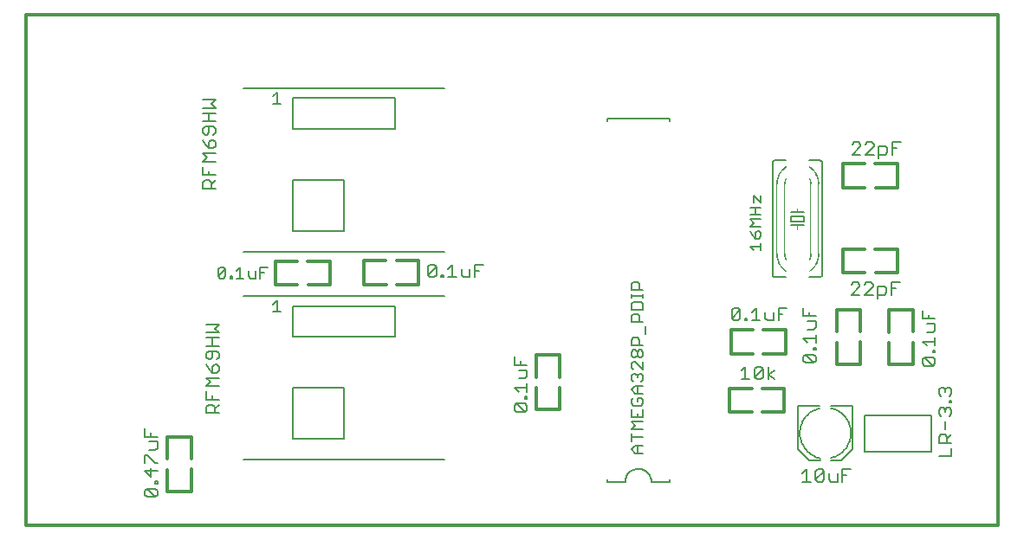
<source format=gto>
G75*
%MOIN*%
%OFA0B0*%
%FSLAX24Y24*%
%IPPOS*%
%LPD*%
%AMOC8*
5,1,8,0,0,1.08239X$1,22.5*
%
%ADD10C,0.0120*%
%ADD11C,0.0080*%
%ADD12C,0.0050*%
%ADD13C,0.0060*%
%ADD14C,0.0002*%
%ADD15C,0.0020*%
D10*
X000160Y000160D02*
X037562Y000160D01*
X037562Y019845D01*
X000160Y019845D01*
X000160Y000160D01*
X005606Y001472D02*
X005606Y002312D01*
X005606Y002722D02*
X005606Y003572D01*
X006526Y003572D01*
X006526Y002732D01*
X006526Y002322D02*
X006526Y001472D01*
X005606Y001472D01*
X019779Y004622D02*
X019779Y005462D01*
X019779Y005872D02*
X019779Y006722D01*
X020699Y006722D01*
X020699Y005882D01*
X020699Y005472D02*
X020699Y004622D01*
X019779Y004622D01*
X027236Y004534D02*
X028086Y004534D01*
X028496Y004534D02*
X029336Y004534D01*
X029336Y005454D01*
X028486Y005454D01*
X028086Y005454D02*
X027236Y005454D01*
X027236Y004534D01*
X027282Y006783D02*
X028132Y006783D01*
X028542Y006783D02*
X029382Y006783D01*
X029382Y007703D01*
X028532Y007703D01*
X028122Y007703D02*
X027282Y007703D01*
X027282Y006783D01*
X031352Y006378D02*
X031352Y007218D01*
X031352Y007628D02*
X031352Y008478D01*
X032272Y008478D01*
X032272Y007638D01*
X032272Y007228D02*
X032272Y006378D01*
X031352Y006378D01*
X033370Y006367D02*
X033370Y007207D01*
X033370Y007617D02*
X033370Y008467D01*
X034290Y008467D01*
X034290Y007627D01*
X034290Y007217D02*
X034290Y006367D01*
X033370Y006367D01*
X033690Y009901D02*
X032850Y009901D01*
X032440Y009901D02*
X031590Y009901D01*
X031590Y010821D01*
X032430Y010821D01*
X032840Y010821D02*
X033690Y010821D01*
X033690Y009901D01*
X033687Y013180D02*
X032847Y013180D01*
X032437Y013180D02*
X031587Y013180D01*
X031587Y014100D01*
X032427Y014100D01*
X032837Y014100D02*
X033687Y014100D01*
X033687Y013180D01*
X015265Y010374D02*
X015265Y009454D01*
X014425Y009454D01*
X014015Y009454D02*
X013165Y009454D01*
X013165Y010374D01*
X014005Y010374D01*
X014415Y010374D02*
X015265Y010374D01*
X011860Y010351D02*
X011860Y009431D01*
X011020Y009431D01*
X010610Y009431D02*
X009760Y009431D01*
X009760Y010351D01*
X010600Y010351D01*
X011010Y010351D02*
X011860Y010351D01*
D11*
X012394Y011508D02*
X010425Y011508D01*
X010425Y013477D01*
X012394Y013477D01*
X012394Y011508D01*
X009456Y010106D02*
X009176Y010106D01*
X009176Y009685D01*
X008996Y009685D02*
X008996Y009965D01*
X009176Y009895D02*
X009316Y009895D01*
X008996Y009685D02*
X008785Y009685D01*
X008715Y009755D01*
X008715Y009965D01*
X008535Y009685D02*
X008255Y009685D01*
X008395Y009685D02*
X008395Y010106D01*
X008255Y009965D01*
X008095Y009755D02*
X008095Y009685D01*
X008025Y009685D01*
X008025Y009755D01*
X008095Y009755D01*
X007845Y009755D02*
X007775Y009685D01*
X007635Y009685D01*
X007564Y009755D01*
X007845Y010035D01*
X007845Y009755D01*
X007564Y009755D02*
X007564Y010035D01*
X007635Y010106D01*
X007775Y010106D01*
X007845Y010035D01*
X008516Y010721D02*
X016272Y010721D01*
X016559Y010205D02*
X016559Y009724D01*
X016399Y009724D02*
X016719Y009724D01*
X016914Y009804D02*
X016994Y009724D01*
X017235Y009724D01*
X017235Y010045D01*
X017430Y009965D02*
X017590Y009965D01*
X017430Y010205D02*
X017430Y009724D01*
X016914Y009804D02*
X016914Y010045D01*
X016559Y010205D02*
X016399Y010045D01*
X016221Y009804D02*
X016141Y009804D01*
X016141Y009724D01*
X016221Y009724D01*
X016221Y009804D01*
X015946Y009804D02*
X015865Y009724D01*
X015705Y009724D01*
X015625Y009804D01*
X015946Y010125D01*
X015946Y009804D01*
X015625Y009804D02*
X015625Y010125D01*
X015705Y010205D01*
X015865Y010205D01*
X015946Y010125D01*
X017430Y010205D02*
X017750Y010205D01*
X016273Y009011D02*
X008517Y009011D01*
X010426Y008618D02*
X014363Y008618D01*
X014363Y007437D01*
X010426Y007437D01*
X010426Y008618D01*
X007584Y007914D02*
X007104Y007914D01*
X007424Y007754D02*
X007584Y007914D01*
X007424Y007754D02*
X007584Y007594D01*
X007104Y007594D01*
X007104Y007398D02*
X007584Y007398D01*
X007344Y007398D02*
X007344Y007078D01*
X007344Y006883D02*
X007344Y006642D01*
X007264Y006562D01*
X007184Y006562D01*
X007104Y006642D01*
X007104Y006802D01*
X007184Y006883D01*
X007504Y006883D01*
X007584Y006802D01*
X007584Y006642D01*
X007504Y006562D01*
X007504Y006367D02*
X007424Y006367D01*
X007344Y006287D01*
X007344Y006047D01*
X007504Y006047D01*
X007584Y006127D01*
X007584Y006287D01*
X007504Y006367D01*
X007184Y006207D02*
X007344Y006047D01*
X007184Y006207D02*
X007104Y006367D01*
X007104Y005851D02*
X007584Y005851D01*
X007264Y005691D02*
X007104Y005851D01*
X007264Y005691D02*
X007104Y005531D01*
X007584Y005531D01*
X007344Y005176D02*
X007344Y005015D01*
X007344Y004820D02*
X007424Y004740D01*
X007424Y004500D01*
X007424Y004660D02*
X007584Y004820D01*
X007584Y005015D02*
X007104Y005015D01*
X007104Y005336D01*
X007184Y004820D02*
X007344Y004820D01*
X007184Y004820D02*
X007104Y004740D01*
X007104Y004500D01*
X007584Y004500D01*
X005216Y003587D02*
X004735Y003587D01*
X004735Y003907D01*
X004975Y003747D02*
X004975Y003587D01*
X004895Y003391D02*
X005216Y003391D01*
X005216Y003151D01*
X005135Y003071D01*
X004895Y003071D01*
X004815Y002876D02*
X005135Y002555D01*
X005216Y002555D01*
X005216Y002280D02*
X004735Y002280D01*
X004975Y002040D01*
X004975Y002360D01*
X004735Y002555D02*
X004735Y002876D01*
X004815Y002876D01*
X005135Y001862D02*
X005216Y001862D01*
X005216Y001782D01*
X005135Y001782D01*
X005135Y001862D01*
X005135Y001586D02*
X004815Y001586D01*
X005135Y001266D01*
X005216Y001346D01*
X005216Y001506D01*
X005135Y001586D01*
X005135Y001266D02*
X004815Y001266D01*
X004735Y001346D01*
X004735Y001506D01*
X004815Y001586D01*
X008517Y002712D02*
X016273Y002712D01*
X018958Y004618D02*
X019038Y004538D01*
X019359Y004538D01*
X019038Y004858D01*
X019359Y004858D01*
X019439Y004778D01*
X019439Y004618D01*
X019359Y004538D01*
X018958Y004618D02*
X018958Y004778D01*
X019038Y004858D01*
X019359Y005053D02*
X019359Y005133D01*
X019439Y005133D01*
X019439Y005053D01*
X019359Y005053D01*
X019439Y005311D02*
X019439Y005631D01*
X019439Y005471D02*
X018958Y005471D01*
X019118Y005311D01*
X019118Y005827D02*
X019359Y005827D01*
X019439Y005907D01*
X019439Y006147D01*
X019118Y006147D01*
X019199Y006342D02*
X019199Y006503D01*
X019439Y006342D02*
X018958Y006342D01*
X018958Y006663D01*
X012395Y005468D02*
X012395Y003500D01*
X010426Y003500D01*
X010426Y005468D01*
X012395Y005468D01*
X007584Y007078D02*
X007104Y007078D01*
X006969Y013145D02*
X006969Y013385D01*
X007049Y013465D01*
X007209Y013465D01*
X007289Y013385D01*
X007289Y013145D01*
X007289Y013305D02*
X007449Y013465D01*
X007449Y013661D02*
X006969Y013661D01*
X006969Y013981D01*
X006969Y014176D02*
X007129Y014336D01*
X006969Y014496D01*
X007449Y014496D01*
X007369Y014692D02*
X007449Y014772D01*
X007449Y014932D01*
X007369Y015012D01*
X007289Y015012D01*
X007209Y014932D01*
X007209Y014692D01*
X007369Y014692D01*
X007209Y014692D02*
X007049Y014852D01*
X006969Y015012D01*
X007049Y015207D02*
X007129Y015207D01*
X007209Y015288D01*
X007209Y015528D01*
X007369Y015528D02*
X007049Y015528D01*
X006969Y015448D01*
X006969Y015288D01*
X007049Y015207D01*
X007369Y015207D02*
X007449Y015288D01*
X007449Y015448D01*
X007369Y015528D01*
X007449Y015723D02*
X006969Y015723D01*
X007209Y015723D02*
X007209Y016043D01*
X006969Y016043D02*
X007449Y016043D01*
X007449Y016239D02*
X006969Y016239D01*
X006969Y016559D02*
X007449Y016559D01*
X007289Y016399D01*
X007449Y016239D01*
X008516Y017020D02*
X016272Y017020D01*
X014362Y016626D02*
X010425Y016626D01*
X010425Y015445D01*
X014362Y015445D01*
X014362Y016626D01*
X007449Y014176D02*
X006969Y014176D01*
X007209Y013821D02*
X007209Y013661D01*
X007449Y013145D02*
X006969Y013145D01*
X022520Y015749D02*
X022520Y015849D01*
X024920Y015849D01*
X024920Y015749D01*
X028161Y012880D02*
X028441Y012600D01*
X028441Y012880D01*
X028161Y012880D02*
X028161Y012600D01*
X028231Y012419D02*
X028231Y012139D01*
X028441Y012139D02*
X028020Y012139D01*
X028020Y011959D02*
X028441Y011959D01*
X028441Y011679D02*
X028020Y011679D01*
X028161Y011819D01*
X028020Y011959D01*
X028020Y011499D02*
X028090Y011359D01*
X028231Y011218D01*
X028231Y011429D01*
X028301Y011499D01*
X028371Y011499D01*
X028441Y011429D01*
X028441Y011288D01*
X028371Y011218D01*
X028231Y011218D01*
X028441Y011038D02*
X028441Y010758D01*
X028441Y010898D02*
X028020Y010898D01*
X028161Y010758D01*
X028020Y012419D02*
X028441Y012419D01*
X031947Y014448D02*
X032267Y014768D01*
X032267Y014848D01*
X032187Y014928D01*
X032027Y014928D01*
X031947Y014848D01*
X031947Y014448D02*
X032267Y014448D01*
X032462Y014448D02*
X032783Y014768D01*
X032783Y014848D01*
X032703Y014928D01*
X032542Y014928D01*
X032462Y014848D01*
X032978Y014768D02*
X033218Y014768D01*
X033298Y014688D01*
X033298Y014528D01*
X033218Y014448D01*
X032978Y014448D01*
X032978Y014288D02*
X032978Y014768D01*
X032783Y014448D02*
X032462Y014448D01*
X033494Y014448D02*
X033494Y014928D01*
X033814Y014928D01*
X033654Y014688D02*
X033494Y014688D01*
X033460Y009533D02*
X033780Y009533D01*
X033620Y009292D02*
X033460Y009292D01*
X033265Y009292D02*
X033265Y009132D01*
X033185Y009052D01*
X032945Y009052D01*
X032945Y008892D02*
X032945Y009372D01*
X033185Y009372D01*
X033265Y009292D01*
X033460Y009052D02*
X033460Y009533D01*
X032749Y009453D02*
X032749Y009372D01*
X032429Y009052D01*
X032749Y009052D01*
X032234Y009052D02*
X031913Y009052D01*
X032234Y009372D01*
X032234Y009453D01*
X032154Y009533D01*
X031993Y009533D01*
X031913Y009453D01*
X032429Y009453D02*
X032509Y009533D01*
X032669Y009533D01*
X032749Y009453D01*
X034659Y008442D02*
X034659Y008122D01*
X035140Y008122D01*
X035140Y007926D02*
X034820Y007926D01*
X034900Y008122D02*
X034900Y008282D01*
X035140Y007926D02*
X035140Y007686D01*
X035060Y007606D01*
X034820Y007606D01*
X035140Y007411D02*
X035140Y007090D01*
X035140Y007250D02*
X034659Y007250D01*
X034820Y007090D01*
X035060Y006913D02*
X035140Y006913D01*
X035140Y006833D01*
X035060Y006833D01*
X035060Y006913D01*
X035060Y006637D02*
X035140Y006557D01*
X035140Y006397D01*
X035060Y006317D01*
X034740Y006637D01*
X035060Y006637D01*
X034740Y006637D02*
X034659Y006557D01*
X034659Y006397D01*
X034740Y006317D01*
X035060Y006317D01*
X035368Y005470D02*
X035448Y005470D01*
X035528Y005390D01*
X035608Y005470D01*
X035688Y005470D01*
X035768Y005390D01*
X035768Y005230D01*
X035688Y005150D01*
X035688Y004972D02*
X035768Y004972D01*
X035768Y004892D01*
X035688Y004892D01*
X035688Y004972D01*
X035688Y004697D02*
X035768Y004617D01*
X035768Y004457D01*
X035688Y004377D01*
X035528Y004537D02*
X035528Y004617D01*
X035608Y004697D01*
X035688Y004697D01*
X035528Y004617D02*
X035448Y004697D01*
X035368Y004697D01*
X035287Y004617D01*
X035287Y004457D01*
X035368Y004377D01*
X035528Y004181D02*
X035528Y003861D01*
X035528Y003666D02*
X035368Y003666D01*
X035287Y003585D01*
X035287Y003345D01*
X035768Y003345D01*
X035608Y003345D02*
X035608Y003585D01*
X035528Y003666D01*
X035608Y003505D02*
X035768Y003666D01*
X035768Y003150D02*
X035768Y002830D01*
X035287Y002830D01*
X034993Y002995D02*
X032413Y002995D01*
X032413Y004395D01*
X034993Y004395D01*
X034993Y002995D01*
X031960Y003103D02*
X031526Y002670D01*
X031133Y002670D01*
X030719Y002670D02*
X030306Y002670D01*
X029873Y003103D01*
X029873Y004757D01*
X030700Y004757D01*
X031133Y004757D02*
X031960Y004757D01*
X031960Y003103D01*
X030719Y002749D02*
X030659Y002764D01*
X030600Y002782D01*
X030542Y002805D01*
X030485Y002831D01*
X030431Y002860D01*
X030378Y002893D01*
X030327Y002929D01*
X030279Y002968D01*
X030233Y003010D01*
X030191Y003055D01*
X030150Y003102D01*
X030114Y003152D01*
X030080Y003204D01*
X030049Y003258D01*
X030022Y003314D01*
X029999Y003372D01*
X029979Y003431D01*
X029963Y003491D01*
X029951Y003551D01*
X029942Y003613D01*
X029938Y003675D01*
X029937Y003737D01*
X029940Y003799D01*
X029948Y003861D01*
X029959Y003922D01*
X029973Y003982D01*
X029992Y004041D01*
X030014Y004099D01*
X030040Y004156D01*
X030069Y004210D01*
X030102Y004263D01*
X030138Y004314D01*
X030177Y004362D01*
X030219Y004408D01*
X030264Y004451D01*
X030311Y004491D01*
X030361Y004528D01*
X030413Y004562D01*
X030467Y004592D01*
X030523Y004619D01*
X030581Y004643D01*
X030640Y004663D01*
X030700Y004679D01*
X031133Y004678D02*
X031192Y004663D01*
X031249Y004645D01*
X031306Y004623D01*
X031361Y004598D01*
X031414Y004569D01*
X031466Y004537D01*
X031515Y004502D01*
X031562Y004464D01*
X031607Y004423D01*
X031649Y004379D01*
X031688Y004333D01*
X031724Y004285D01*
X031758Y004234D01*
X031788Y004181D01*
X031814Y004127D01*
X031838Y004071D01*
X031857Y004014D01*
X031873Y003955D01*
X031886Y003896D01*
X031895Y003836D01*
X031900Y003776D01*
X031901Y003715D01*
X031898Y003654D01*
X031892Y003594D01*
X031882Y003534D01*
X031868Y003475D01*
X031851Y003417D01*
X031830Y003360D01*
X031806Y003305D01*
X031778Y003251D01*
X031747Y003199D01*
X031713Y003149D01*
X031675Y003101D01*
X031635Y003056D01*
X031592Y003013D01*
X031547Y002973D01*
X031499Y002936D01*
X031449Y002902D01*
X031397Y002871D01*
X031343Y002844D01*
X031287Y002819D01*
X031230Y002799D01*
X031172Y002782D01*
X031113Y002768D01*
X030785Y002330D02*
X030865Y002250D01*
X030545Y001929D01*
X030625Y001849D01*
X030785Y001849D01*
X030865Y001929D01*
X030865Y002250D01*
X030785Y002330D02*
X030625Y002330D01*
X030545Y002250D01*
X030545Y001929D01*
X030349Y001849D02*
X030029Y001849D01*
X030189Y001849D02*
X030189Y002330D01*
X030029Y002170D01*
X031060Y002170D02*
X031060Y001929D01*
X031140Y001849D01*
X031381Y001849D01*
X031381Y002170D01*
X031576Y002089D02*
X031736Y002089D01*
X031576Y001849D02*
X031576Y002330D01*
X031896Y002330D01*
X035287Y005230D02*
X035368Y005150D01*
X035287Y005230D02*
X035287Y005390D01*
X035368Y005470D01*
X035528Y005390D02*
X035528Y005310D01*
X030550Y006502D02*
X030470Y006422D01*
X030149Y006742D01*
X030470Y006742D01*
X030550Y006662D01*
X030550Y006502D01*
X030470Y006422D02*
X030149Y006422D01*
X030069Y006502D01*
X030069Y006662D01*
X030149Y006742D01*
X030470Y006937D02*
X030470Y007017D01*
X030550Y007017D01*
X030550Y006937D01*
X030470Y006937D01*
X030550Y007195D02*
X030550Y007515D01*
X030550Y007355D02*
X030069Y007355D01*
X030229Y007195D01*
X030229Y007711D02*
X030470Y007711D01*
X030550Y007791D01*
X030550Y008031D01*
X030229Y008031D01*
X030310Y008226D02*
X030310Y008386D01*
X030550Y008226D02*
X030069Y008226D01*
X030069Y008547D01*
X029437Y008543D02*
X029117Y008543D01*
X029117Y008063D01*
X028922Y008063D02*
X028922Y008383D01*
X029117Y008303D02*
X029277Y008303D01*
X028922Y008063D02*
X028682Y008063D01*
X028601Y008143D01*
X028601Y008383D01*
X028406Y008063D02*
X028086Y008063D01*
X028246Y008063D02*
X028246Y008543D01*
X028086Y008383D01*
X027908Y008143D02*
X027908Y008063D01*
X027828Y008063D01*
X027828Y008143D01*
X027908Y008143D01*
X027633Y008143D02*
X027553Y008063D01*
X027392Y008063D01*
X027312Y008143D01*
X027633Y008463D01*
X027633Y008143D01*
X027312Y008143D02*
X027312Y008463D01*
X027392Y008543D01*
X027553Y008543D01*
X027633Y008463D01*
X027845Y006284D02*
X027845Y005804D01*
X027685Y005804D02*
X028005Y005804D01*
X028200Y005884D02*
X028521Y006204D01*
X028521Y005884D01*
X028441Y005804D01*
X028280Y005804D01*
X028200Y005884D01*
X028200Y006204D01*
X028280Y006284D01*
X028441Y006284D01*
X028521Y006204D01*
X028716Y006284D02*
X028716Y005804D01*
X028716Y005964D02*
X028956Y006124D01*
X028716Y005964D02*
X028956Y005804D01*
X027845Y006284D02*
X027685Y006124D01*
X024920Y001949D02*
X024920Y001849D01*
X024220Y001849D01*
X024218Y001893D01*
X024212Y001936D01*
X024203Y001978D01*
X024190Y002020D01*
X024173Y002060D01*
X024153Y002099D01*
X024130Y002136D01*
X024103Y002170D01*
X024074Y002203D01*
X024041Y002232D01*
X024007Y002259D01*
X023970Y002282D01*
X023931Y002302D01*
X023891Y002319D01*
X023849Y002332D01*
X023807Y002341D01*
X023764Y002347D01*
X023720Y002349D01*
X023676Y002347D01*
X023633Y002341D01*
X023591Y002332D01*
X023549Y002319D01*
X023509Y002302D01*
X023470Y002282D01*
X023433Y002259D01*
X023399Y002232D01*
X023366Y002203D01*
X023337Y002170D01*
X023310Y002136D01*
X023287Y002099D01*
X023267Y002060D01*
X023250Y002020D01*
X023237Y001978D01*
X023228Y001936D01*
X023222Y001893D01*
X023220Y001849D01*
X022520Y001849D01*
X022520Y001949D01*
D12*
X023604Y002944D02*
X023454Y003094D01*
X023604Y003245D01*
X023905Y003245D01*
X023679Y003245D02*
X023679Y002944D01*
X023604Y002944D02*
X023905Y002944D01*
X023905Y003555D02*
X023454Y003555D01*
X023454Y003405D02*
X023454Y003705D01*
X023454Y003865D02*
X023604Y004015D01*
X023454Y004165D01*
X023905Y004165D01*
X023905Y004325D02*
X023454Y004325D01*
X023454Y004626D01*
X023529Y004786D02*
X023830Y004786D01*
X023905Y004861D01*
X023905Y005011D01*
X023830Y005086D01*
X023679Y005086D01*
X023679Y004936D01*
X023529Y005086D02*
X023454Y005011D01*
X023454Y004861D01*
X023529Y004786D01*
X023679Y004476D02*
X023679Y004325D01*
X023905Y004325D02*
X023905Y004626D01*
X023905Y005246D02*
X023604Y005246D01*
X023454Y005396D01*
X023604Y005547D01*
X023905Y005547D01*
X023830Y005707D02*
X023905Y005782D01*
X023905Y005932D01*
X023830Y006007D01*
X023754Y006007D01*
X023679Y005932D01*
X023679Y005857D01*
X023679Y005932D02*
X023604Y006007D01*
X023529Y006007D01*
X023454Y005932D01*
X023454Y005782D01*
X023529Y005707D01*
X023679Y005547D02*
X023679Y005246D01*
X023529Y006167D02*
X023454Y006242D01*
X023454Y006392D01*
X023529Y006467D01*
X023604Y006467D01*
X023905Y006167D01*
X023905Y006467D01*
X023830Y006627D02*
X023754Y006627D01*
X023679Y006702D01*
X023679Y006853D01*
X023754Y006928D01*
X023830Y006928D01*
X023905Y006853D01*
X023905Y006702D01*
X023830Y006627D01*
X023679Y006702D02*
X023604Y006627D01*
X023529Y006627D01*
X023454Y006702D01*
X023454Y006853D01*
X023529Y006928D01*
X023604Y006928D01*
X023679Y006853D01*
X023754Y007088D02*
X023754Y007313D01*
X023679Y007388D01*
X023529Y007388D01*
X023454Y007313D01*
X023454Y007088D01*
X023905Y007088D01*
X023980Y007548D02*
X023980Y007848D01*
X023905Y008009D02*
X023454Y008009D01*
X023454Y008234D01*
X023529Y008309D01*
X023679Y008309D01*
X023754Y008234D01*
X023754Y008009D01*
X023905Y008469D02*
X023454Y008469D01*
X023454Y008694D01*
X023529Y008769D01*
X023830Y008769D01*
X023905Y008694D01*
X023905Y008469D01*
X023905Y008929D02*
X023905Y009080D01*
X023905Y009004D02*
X023454Y009004D01*
X023454Y008929D02*
X023454Y009080D01*
X023454Y009236D02*
X023454Y009462D01*
X023529Y009537D01*
X023679Y009537D01*
X023754Y009462D01*
X023754Y009236D01*
X023905Y009236D02*
X023454Y009236D01*
X023454Y003865D02*
X023905Y003865D01*
D13*
X028994Y009732D02*
X029394Y009732D01*
X028994Y009732D02*
X028977Y009734D01*
X028960Y009738D01*
X028944Y009745D01*
X028930Y009755D01*
X028917Y009768D01*
X028907Y009782D01*
X028900Y009798D01*
X028896Y009815D01*
X028894Y009832D01*
X028894Y014132D01*
X028896Y014149D01*
X028900Y014166D01*
X028907Y014182D01*
X028917Y014196D01*
X028930Y014209D01*
X028944Y014219D01*
X028960Y014226D01*
X028977Y014230D01*
X028994Y014232D01*
X029394Y014232D01*
X030294Y014232D02*
X030694Y014232D01*
X030711Y014230D01*
X030728Y014226D01*
X030744Y014219D01*
X030758Y014209D01*
X030771Y014196D01*
X030781Y014182D01*
X030788Y014166D01*
X030792Y014149D01*
X030794Y014132D01*
X030794Y009832D01*
X030792Y009815D01*
X030788Y009798D01*
X030781Y009782D01*
X030771Y009768D01*
X030758Y009755D01*
X030744Y009745D01*
X030728Y009738D01*
X030711Y009734D01*
X030694Y009732D01*
X030294Y009732D01*
X030094Y011732D02*
X029844Y011732D01*
X029594Y011732D01*
X029594Y011882D02*
X030094Y011882D01*
X030094Y012082D01*
X029594Y012082D01*
X029594Y011882D01*
X029594Y012232D02*
X029844Y012232D01*
X030094Y012232D01*
X009968Y008392D02*
X009675Y008392D01*
X009822Y008392D02*
X009822Y008832D01*
X009675Y008685D01*
X009674Y016400D02*
X009967Y016400D01*
X009820Y016400D02*
X009820Y016841D01*
X009674Y016694D01*
D14*
X029389Y014000D02*
X029399Y013985D01*
X029398Y013985D02*
X029354Y013953D01*
X029312Y013918D01*
X029273Y013879D01*
X029236Y013838D01*
X029203Y013795D01*
X029172Y013750D01*
X029145Y013702D01*
X029121Y013653D01*
X029100Y013602D01*
X029084Y013550D01*
X029070Y013496D01*
X029061Y013442D01*
X029055Y013388D01*
X029053Y013333D01*
X029036Y013332D01*
X029035Y013333D01*
X029037Y013389D01*
X029043Y013445D01*
X029053Y013500D01*
X029066Y013555D01*
X029083Y013608D01*
X029104Y013660D01*
X029129Y013710D01*
X029157Y013759D01*
X029188Y013806D01*
X029223Y013850D01*
X029260Y013892D01*
X029300Y013931D01*
X029343Y013967D01*
X029388Y014000D01*
X029389Y013999D01*
X029344Y013966D01*
X029301Y013930D01*
X029261Y013891D01*
X029223Y013849D01*
X029189Y013805D01*
X029158Y013758D01*
X029130Y013710D01*
X029105Y013659D01*
X029084Y013608D01*
X029067Y013554D01*
X029054Y013500D01*
X029044Y013445D01*
X029038Y013389D01*
X029036Y013333D01*
X029037Y013333D01*
X029039Y013389D01*
X029045Y013445D01*
X029055Y013500D01*
X029068Y013554D01*
X029085Y013607D01*
X029106Y013659D01*
X029131Y013709D01*
X029159Y013758D01*
X029190Y013804D01*
X029224Y013849D01*
X029261Y013890D01*
X029301Y013929D01*
X029344Y013966D01*
X029389Y013999D01*
X029390Y013998D01*
X029345Y013965D01*
X029302Y013929D01*
X029262Y013890D01*
X029225Y013848D01*
X029191Y013804D01*
X029159Y013757D01*
X029132Y013709D01*
X029107Y013659D01*
X029086Y013607D01*
X029069Y013554D01*
X029056Y013499D01*
X029046Y013444D01*
X029040Y013389D01*
X029038Y013333D01*
X029039Y013333D01*
X029041Y013389D01*
X029047Y013444D01*
X029057Y013499D01*
X029070Y013553D01*
X029087Y013607D01*
X029108Y013658D01*
X029132Y013708D01*
X029160Y013757D01*
X029191Y013803D01*
X029226Y013847D01*
X029263Y013889D01*
X029303Y013928D01*
X029345Y013964D01*
X029390Y013997D01*
X029391Y013996D01*
X029346Y013963D01*
X029303Y013927D01*
X029264Y013888D01*
X029226Y013847D01*
X029192Y013803D01*
X029161Y013756D01*
X029133Y013708D01*
X029109Y013658D01*
X029088Y013606D01*
X029071Y013553D01*
X029058Y013499D01*
X029048Y013444D01*
X029042Y013389D01*
X029040Y013333D01*
X029041Y013333D01*
X029043Y013389D01*
X029049Y013444D01*
X029059Y013499D01*
X029072Y013553D01*
X029089Y013606D01*
X029110Y013657D01*
X029134Y013708D01*
X029162Y013756D01*
X029193Y013802D01*
X029227Y013846D01*
X029264Y013888D01*
X029304Y013926D01*
X029347Y013962D01*
X029391Y013995D01*
X029392Y013995D01*
X029347Y013962D01*
X029305Y013926D01*
X029265Y013887D01*
X029228Y013845D01*
X029194Y013801D01*
X029163Y013755D01*
X029135Y013707D01*
X029111Y013657D01*
X029090Y013605D01*
X029073Y013553D01*
X029059Y013499D01*
X029050Y013444D01*
X029044Y013389D01*
X029042Y013333D01*
X029043Y013333D01*
X029045Y013388D01*
X029051Y013444D01*
X029060Y013498D01*
X029074Y013552D01*
X029091Y013605D01*
X029112Y013657D01*
X029136Y013707D01*
X029164Y013755D01*
X029195Y013801D01*
X029229Y013845D01*
X029266Y013886D01*
X029305Y013925D01*
X029348Y013961D01*
X029393Y013994D01*
X029393Y013993D01*
X029348Y013960D01*
X029306Y013924D01*
X029266Y013886D01*
X029229Y013844D01*
X029195Y013800D01*
X029165Y013754D01*
X029137Y013706D01*
X029113Y013656D01*
X029092Y013605D01*
X029075Y013552D01*
X029061Y013498D01*
X029052Y013444D01*
X029046Y013388D01*
X029044Y013333D01*
X029045Y013333D01*
X029047Y013388D01*
X029053Y013443D01*
X029062Y013498D01*
X029076Y013552D01*
X029093Y013604D01*
X029114Y013656D01*
X029138Y013706D01*
X029165Y013754D01*
X029196Y013800D01*
X029230Y013844D01*
X029267Y013885D01*
X029307Y013923D01*
X029349Y013959D01*
X029394Y013992D01*
X029394Y013991D01*
X029350Y013958D01*
X029307Y013923D01*
X029268Y013884D01*
X029231Y013843D01*
X029197Y013799D01*
X029166Y013753D01*
X029139Y013705D01*
X029114Y013655D01*
X029094Y013604D01*
X029077Y013551D01*
X029063Y013498D01*
X029054Y013443D01*
X029048Y013388D01*
X029046Y013333D01*
X029047Y013333D01*
X029049Y013388D01*
X029055Y013443D01*
X029064Y013498D01*
X029078Y013551D01*
X029095Y013604D01*
X029115Y013655D01*
X029140Y013705D01*
X029167Y013753D01*
X029198Y013799D01*
X029232Y013842D01*
X029269Y013883D01*
X029308Y013922D01*
X029350Y013958D01*
X029395Y013990D01*
X029351Y013957D01*
X029309Y013921D01*
X029269Y013883D01*
X029232Y013842D01*
X029199Y013798D01*
X029168Y013752D01*
X029140Y013704D01*
X029116Y013655D01*
X029096Y013603D01*
X029079Y013551D01*
X029065Y013497D01*
X029056Y013443D01*
X029050Y013388D01*
X029048Y013333D01*
X029049Y013333D01*
X029051Y013388D01*
X029057Y013443D01*
X029066Y013497D01*
X029080Y013551D01*
X029097Y013603D01*
X029117Y013654D01*
X029141Y013704D01*
X029169Y013752D01*
X029199Y013797D01*
X029233Y013841D01*
X029270Y013882D01*
X029309Y013920D01*
X029352Y013956D01*
X029396Y013989D01*
X029397Y013988D01*
X029352Y013955D01*
X029310Y013920D01*
X029271Y013881D01*
X029234Y013840D01*
X029200Y013797D01*
X029170Y013751D01*
X029142Y013703D01*
X029118Y013654D01*
X029098Y013603D01*
X029081Y013550D01*
X029067Y013497D01*
X029058Y013443D01*
X029052Y013388D01*
X029050Y013333D01*
X029051Y013333D01*
X029053Y013388D01*
X029059Y013443D01*
X029068Y013497D01*
X029082Y013550D01*
X029099Y013602D01*
X029119Y013653D01*
X029143Y013703D01*
X029170Y013751D01*
X029201Y013796D01*
X029235Y013840D01*
X029271Y013881D01*
X029311Y013919D01*
X029353Y013955D01*
X029397Y013987D01*
X029398Y013986D01*
X029353Y013954D01*
X029312Y013918D01*
X029272Y013880D01*
X029236Y013839D01*
X029202Y013796D01*
X029171Y013750D01*
X029144Y013702D01*
X029120Y013653D01*
X029099Y013602D01*
X029083Y013550D01*
X029069Y013497D01*
X029060Y013442D01*
X029054Y013388D01*
X029052Y013333D01*
X029386Y013552D02*
X029402Y013545D01*
X029384Y013505D01*
X029371Y013463D01*
X029361Y013420D01*
X029355Y013377D01*
X029353Y013333D01*
X029336Y013332D01*
X029335Y013333D01*
X029336Y013371D01*
X029341Y013409D01*
X029348Y013446D01*
X029358Y013482D01*
X029370Y013518D01*
X029385Y013553D01*
X029386Y013553D01*
X029371Y013518D01*
X029359Y013482D01*
X029349Y013446D01*
X029342Y013408D01*
X029337Y013371D01*
X029336Y013333D01*
X029337Y013333D01*
X029338Y013371D01*
X029343Y013408D01*
X029350Y013445D01*
X029360Y013482D01*
X029372Y013517D01*
X029387Y013552D01*
X029388Y013552D01*
X029373Y013517D01*
X029361Y013482D01*
X029351Y013445D01*
X029344Y013408D01*
X029339Y013371D01*
X029338Y013333D01*
X029339Y013333D01*
X029340Y013371D01*
X029345Y013408D01*
X029352Y013445D01*
X029362Y013481D01*
X029374Y013517D01*
X029389Y013551D01*
X029390Y013551D01*
X029375Y013516D01*
X029363Y013481D01*
X029353Y013445D01*
X029346Y013408D01*
X029341Y013371D01*
X029340Y013333D01*
X029341Y013333D01*
X029342Y013370D01*
X029347Y013408D01*
X029354Y013444D01*
X029363Y013481D01*
X029376Y013516D01*
X029391Y013550D01*
X029392Y013550D01*
X029377Y013516D01*
X029364Y013480D01*
X029355Y013444D01*
X029348Y013408D01*
X029343Y013370D01*
X029342Y013333D01*
X029343Y013333D01*
X029344Y013370D01*
X029349Y013407D01*
X029356Y013444D01*
X029365Y013480D01*
X029378Y013515D01*
X029393Y013549D01*
X029394Y013549D01*
X029379Y013515D01*
X029366Y013480D01*
X029357Y013444D01*
X029350Y013407D01*
X029345Y013370D01*
X029344Y013333D01*
X029345Y013333D01*
X029346Y013370D01*
X029351Y013407D01*
X029358Y013444D01*
X029367Y013479D01*
X029380Y013515D01*
X029394Y013549D01*
X029395Y013548D01*
X029381Y013514D01*
X029368Y013479D01*
X029359Y013443D01*
X029352Y013407D01*
X029347Y013370D01*
X029346Y013333D01*
X029347Y013333D01*
X029348Y013370D01*
X029353Y013407D01*
X029360Y013443D01*
X029369Y013479D01*
X029381Y013514D01*
X029396Y013548D01*
X029397Y013547D01*
X029380Y013507D01*
X029366Y013464D01*
X029356Y013421D01*
X029350Y013377D01*
X029348Y013333D01*
X029349Y013333D01*
X029351Y013377D01*
X029357Y013421D01*
X029367Y013464D01*
X029381Y013506D01*
X029398Y013547D01*
X029399Y013546D01*
X029382Y013506D01*
X029368Y013464D01*
X029358Y013421D01*
X029352Y013377D01*
X029350Y013333D01*
X029351Y013333D01*
X029353Y013377D01*
X029359Y013421D01*
X029369Y013464D01*
X029383Y013505D01*
X029400Y013546D01*
X029401Y013546D01*
X029383Y013505D01*
X029370Y013463D01*
X029360Y013420D01*
X029354Y013377D01*
X029352Y013333D01*
X030352Y013332D02*
X030334Y013332D01*
X030335Y013333D02*
X030333Y013377D01*
X030327Y013420D01*
X030317Y013463D01*
X030304Y013505D01*
X030286Y013545D01*
X030302Y013552D01*
X030303Y013553D01*
X030318Y013518D01*
X030330Y013482D01*
X030340Y013446D01*
X030347Y013409D01*
X030352Y013371D01*
X030353Y013333D01*
X030352Y013333D01*
X030351Y013371D01*
X030346Y013408D01*
X030339Y013446D01*
X030329Y013482D01*
X030317Y013518D01*
X030302Y013553D01*
X030301Y013552D01*
X030316Y013517D01*
X030328Y013482D01*
X030338Y013445D01*
X030345Y013408D01*
X030350Y013371D01*
X030351Y013333D01*
X030350Y013333D01*
X030349Y013371D01*
X030344Y013408D01*
X030337Y013445D01*
X030327Y013482D01*
X030315Y013517D01*
X030300Y013552D01*
X030299Y013551D01*
X030314Y013517D01*
X030326Y013481D01*
X030336Y013445D01*
X030343Y013408D01*
X030348Y013371D01*
X030349Y013333D01*
X030348Y013333D01*
X030347Y013371D01*
X030342Y013408D01*
X030335Y013445D01*
X030325Y013481D01*
X030313Y013516D01*
X030298Y013551D01*
X030297Y013550D01*
X030312Y013516D01*
X030325Y013481D01*
X030334Y013444D01*
X030341Y013408D01*
X030346Y013370D01*
X030347Y013333D01*
X030346Y013333D01*
X030345Y013370D01*
X030340Y013408D01*
X030333Y013444D01*
X030324Y013480D01*
X030311Y013516D01*
X030296Y013550D01*
X030295Y013549D01*
X030310Y013515D01*
X030323Y013480D01*
X030332Y013444D01*
X030339Y013407D01*
X030344Y013370D01*
X030345Y013333D01*
X030344Y013333D01*
X030343Y013370D01*
X030338Y013407D01*
X030331Y013444D01*
X030322Y013480D01*
X030309Y013515D01*
X030294Y013549D01*
X030308Y013515D01*
X030321Y013479D01*
X030330Y013444D01*
X030337Y013407D01*
X030342Y013370D01*
X030343Y013333D01*
X030342Y013333D01*
X030341Y013370D01*
X030336Y013407D01*
X030329Y013443D01*
X030320Y013479D01*
X030307Y013514D01*
X030293Y013548D01*
X030292Y013548D01*
X030307Y013514D01*
X030319Y013479D01*
X030328Y013443D01*
X030335Y013407D01*
X030340Y013370D01*
X030341Y013333D01*
X030340Y013333D01*
X030338Y013377D01*
X030332Y013421D01*
X030322Y013464D01*
X030308Y013507D01*
X030291Y013547D01*
X030290Y013547D01*
X030307Y013506D01*
X030321Y013464D01*
X030331Y013421D01*
X030337Y013377D01*
X030339Y013333D01*
X030338Y013333D01*
X030336Y013377D01*
X030330Y013421D01*
X030320Y013464D01*
X030306Y013506D01*
X030289Y013546D01*
X030288Y013546D01*
X030305Y013505D01*
X030319Y013464D01*
X030329Y013421D01*
X030335Y013377D01*
X030337Y013333D01*
X030336Y013333D01*
X030334Y013377D01*
X030328Y013420D01*
X030318Y013463D01*
X030305Y013505D01*
X030287Y013546D01*
X030652Y013333D02*
X030634Y013333D01*
X030635Y013333D02*
X030633Y013388D01*
X030627Y013442D01*
X030618Y013496D01*
X030604Y013550D01*
X030588Y013602D01*
X030567Y013653D01*
X030543Y013702D01*
X030516Y013750D01*
X030485Y013795D01*
X030452Y013838D01*
X030415Y013879D01*
X030376Y013918D01*
X030334Y013953D01*
X030290Y013985D01*
X030299Y014000D01*
X030300Y014000D01*
X030345Y013967D01*
X030388Y013931D01*
X030428Y013892D01*
X030465Y013850D01*
X030500Y013806D01*
X030531Y013759D01*
X030559Y013710D01*
X030584Y013660D01*
X030604Y013608D01*
X030622Y013555D01*
X030635Y013500D01*
X030645Y013445D01*
X030651Y013389D01*
X030653Y013333D01*
X030652Y013333D01*
X030650Y013389D01*
X030644Y013445D01*
X030634Y013500D01*
X030621Y013554D01*
X030604Y013608D01*
X030583Y013660D01*
X030558Y013710D01*
X030530Y013759D01*
X030499Y013805D01*
X030465Y013849D01*
X030427Y013891D01*
X030387Y013930D01*
X030344Y013966D01*
X030299Y014000D01*
X030299Y013999D01*
X030344Y013966D01*
X030387Y013929D01*
X030427Y013890D01*
X030464Y013849D01*
X030498Y013804D01*
X030529Y013758D01*
X030557Y013709D01*
X030582Y013659D01*
X030603Y013607D01*
X030620Y013554D01*
X030633Y013500D01*
X030643Y013445D01*
X030649Y013389D01*
X030651Y013333D01*
X030650Y013333D01*
X030648Y013389D01*
X030642Y013444D01*
X030632Y013499D01*
X030619Y013554D01*
X030602Y013607D01*
X030581Y013659D01*
X030556Y013709D01*
X030529Y013757D01*
X030497Y013804D01*
X030463Y013848D01*
X030426Y013890D01*
X030386Y013929D01*
X030343Y013965D01*
X030298Y013998D01*
X030298Y013997D01*
X030343Y013964D01*
X030385Y013928D01*
X030425Y013889D01*
X030462Y013847D01*
X030497Y013803D01*
X030528Y013757D01*
X030556Y013709D01*
X030580Y013658D01*
X030601Y013607D01*
X030618Y013553D01*
X030631Y013499D01*
X030641Y013444D01*
X030647Y013389D01*
X030649Y013333D01*
X030648Y013333D01*
X030646Y013389D01*
X030640Y013444D01*
X030630Y013499D01*
X030617Y013553D01*
X030600Y013606D01*
X030579Y013658D01*
X030555Y013708D01*
X030527Y013756D01*
X030496Y013803D01*
X030462Y013847D01*
X030424Y013888D01*
X030385Y013927D01*
X030342Y013963D01*
X030297Y013996D01*
X030296Y013995D01*
X030341Y013962D01*
X030384Y013926D01*
X030424Y013888D01*
X030461Y013846D01*
X030495Y013802D01*
X030526Y013756D01*
X030554Y013708D01*
X030578Y013658D01*
X030599Y013606D01*
X030616Y013553D01*
X030629Y013499D01*
X030639Y013444D01*
X030645Y013389D01*
X030647Y013333D01*
X030646Y013333D01*
X030644Y013389D01*
X030638Y013444D01*
X030628Y013499D01*
X030615Y013553D01*
X030598Y013606D01*
X030577Y013657D01*
X030553Y013707D01*
X030525Y013755D01*
X030494Y013802D01*
X030460Y013845D01*
X030423Y013887D01*
X030383Y013926D01*
X030341Y013962D01*
X030296Y013995D01*
X030295Y013994D01*
X030340Y013961D01*
X030383Y013925D01*
X030422Y013886D01*
X030459Y013845D01*
X030493Y013801D01*
X030524Y013755D01*
X030552Y013707D01*
X030576Y013657D01*
X030597Y013605D01*
X030614Y013552D01*
X030628Y013498D01*
X030637Y013444D01*
X030643Y013389D01*
X030645Y013333D01*
X030644Y013333D01*
X030642Y013388D01*
X030636Y013444D01*
X030627Y013498D01*
X030613Y013552D01*
X030596Y013605D01*
X030575Y013656D01*
X030551Y013706D01*
X030523Y013754D01*
X030493Y013800D01*
X030459Y013844D01*
X030422Y013886D01*
X030382Y013924D01*
X030340Y013960D01*
X030295Y013993D01*
X030294Y013992D01*
X030339Y013959D01*
X030381Y013923D01*
X030421Y013885D01*
X030458Y013844D01*
X030492Y013800D01*
X030523Y013754D01*
X030550Y013706D01*
X030574Y013656D01*
X030595Y013604D01*
X030612Y013552D01*
X030626Y013498D01*
X030635Y013443D01*
X030641Y013388D01*
X030643Y013333D01*
X030642Y013333D01*
X030640Y013388D01*
X030634Y013443D01*
X030625Y013498D01*
X030611Y013552D01*
X030594Y013604D01*
X030573Y013655D01*
X030549Y013705D01*
X030522Y013753D01*
X030491Y013799D01*
X030457Y013843D01*
X030420Y013884D01*
X030381Y013923D01*
X030338Y013958D01*
X030294Y013991D01*
X030293Y013990D01*
X030338Y013958D01*
X030380Y013922D01*
X030419Y013883D01*
X030456Y013842D01*
X030490Y013799D01*
X030521Y013753D01*
X030548Y013705D01*
X030573Y013655D01*
X030593Y013604D01*
X030610Y013551D01*
X030624Y013498D01*
X030633Y013443D01*
X030639Y013388D01*
X030641Y013333D01*
X030640Y013333D01*
X030638Y013388D01*
X030632Y013443D01*
X030623Y013497D01*
X030609Y013551D01*
X030592Y013603D01*
X030572Y013655D01*
X030548Y013704D01*
X030520Y013752D01*
X030489Y013798D01*
X030455Y013842D01*
X030419Y013883D01*
X030379Y013921D01*
X030337Y013957D01*
X030293Y013990D01*
X030292Y013989D01*
X030336Y013956D01*
X030378Y013921D01*
X030418Y013882D01*
X030455Y013841D01*
X030489Y013797D01*
X030519Y013752D01*
X030547Y013704D01*
X030571Y013654D01*
X030591Y013603D01*
X030608Y013551D01*
X030622Y013497D01*
X030631Y013443D01*
X030637Y013388D01*
X030639Y013333D01*
X030638Y013333D01*
X030636Y013388D01*
X030630Y013443D01*
X030621Y013497D01*
X030607Y013550D01*
X030590Y013603D01*
X030570Y013654D01*
X030546Y013703D01*
X030518Y013751D01*
X030488Y013797D01*
X030454Y013840D01*
X030417Y013881D01*
X030378Y013920D01*
X030336Y013955D01*
X030291Y013988D01*
X030291Y013987D01*
X030335Y013955D01*
X030377Y013919D01*
X030417Y013881D01*
X030453Y013840D01*
X030487Y013796D01*
X030518Y013751D01*
X030545Y013703D01*
X030569Y013653D01*
X030589Y013602D01*
X030606Y013550D01*
X030620Y013497D01*
X030629Y013443D01*
X030635Y013388D01*
X030637Y013333D01*
X030636Y013333D01*
X030634Y013388D01*
X030628Y013443D01*
X030619Y013497D01*
X030605Y013550D01*
X030589Y013602D01*
X030568Y013653D01*
X030544Y013702D01*
X030517Y013750D01*
X030486Y013796D01*
X030452Y013839D01*
X030416Y013880D01*
X030376Y013918D01*
X030335Y013954D01*
X030290Y013986D01*
X029036Y010631D02*
X029054Y010631D01*
X029053Y010631D02*
X029055Y010576D01*
X029061Y010522D01*
X029070Y010468D01*
X029084Y010414D01*
X029100Y010362D01*
X029121Y010311D01*
X029145Y010262D01*
X029172Y010214D01*
X029203Y010169D01*
X029236Y010126D01*
X029273Y010085D01*
X029312Y010046D01*
X029354Y010011D01*
X029398Y009979D01*
X029389Y009964D01*
X029388Y009964D01*
X029343Y009997D01*
X029300Y010033D01*
X029260Y010072D01*
X029223Y010114D01*
X029188Y010158D01*
X029157Y010205D01*
X029129Y010254D01*
X029104Y010304D01*
X029084Y010356D01*
X029066Y010409D01*
X029053Y010464D01*
X029043Y010519D01*
X029037Y010575D01*
X029035Y010631D01*
X029036Y010631D01*
X029038Y010575D01*
X029044Y010519D01*
X029054Y010464D01*
X029067Y010410D01*
X029084Y010356D01*
X029105Y010304D01*
X029130Y010254D01*
X029158Y010205D01*
X029189Y010159D01*
X029223Y010115D01*
X029261Y010073D01*
X029301Y010034D01*
X029344Y009998D01*
X029389Y009964D01*
X029389Y009965D01*
X029344Y009998D01*
X029301Y010035D01*
X029261Y010074D01*
X029224Y010115D01*
X029190Y010160D01*
X029159Y010206D01*
X029131Y010255D01*
X029106Y010305D01*
X029085Y010357D01*
X029068Y010410D01*
X029055Y010464D01*
X029045Y010519D01*
X029039Y010575D01*
X029037Y010631D01*
X029038Y010631D01*
X029040Y010575D01*
X029046Y010520D01*
X029056Y010464D01*
X029069Y010410D01*
X029086Y010357D01*
X029107Y010305D01*
X029132Y010255D01*
X029159Y010207D01*
X029191Y010160D01*
X029225Y010116D01*
X029262Y010074D01*
X029302Y010035D01*
X029345Y009999D01*
X029390Y009966D01*
X029390Y009967D01*
X029345Y010000D01*
X029303Y010036D01*
X029263Y010075D01*
X029226Y010117D01*
X029191Y010161D01*
X029160Y010207D01*
X029132Y010255D01*
X029108Y010306D01*
X029087Y010357D01*
X029070Y010411D01*
X029057Y010465D01*
X029047Y010520D01*
X029041Y010575D01*
X029039Y010631D01*
X029040Y010631D01*
X029042Y010575D01*
X029048Y010520D01*
X029058Y010465D01*
X029071Y010411D01*
X029088Y010358D01*
X029109Y010306D01*
X029133Y010256D01*
X029161Y010208D01*
X029192Y010161D01*
X029226Y010117D01*
X029264Y010076D01*
X029303Y010037D01*
X029346Y010001D01*
X029391Y009968D01*
X029392Y009969D01*
X029347Y010002D01*
X029304Y010038D01*
X029264Y010076D01*
X029227Y010118D01*
X029193Y010162D01*
X029162Y010208D01*
X029134Y010256D01*
X029110Y010306D01*
X029089Y010358D01*
X029072Y010411D01*
X029059Y010465D01*
X029049Y010520D01*
X029043Y010575D01*
X029041Y010631D01*
X029042Y010631D01*
X029044Y010575D01*
X029050Y010520D01*
X029060Y010465D01*
X029073Y010411D01*
X029090Y010358D01*
X029111Y010307D01*
X029135Y010257D01*
X029163Y010209D01*
X029194Y010162D01*
X029228Y010119D01*
X029265Y010077D01*
X029305Y010038D01*
X029347Y010002D01*
X029392Y009969D01*
X029393Y009970D01*
X029348Y010003D01*
X029305Y010039D01*
X029266Y010078D01*
X029229Y010119D01*
X029195Y010163D01*
X029164Y010209D01*
X029136Y010257D01*
X029112Y010307D01*
X029091Y010359D01*
X029074Y010412D01*
X029060Y010466D01*
X029051Y010520D01*
X029045Y010575D01*
X029043Y010631D01*
X029044Y010631D01*
X029046Y010576D01*
X029052Y010520D01*
X029061Y010466D01*
X029075Y010412D01*
X029092Y010359D01*
X029113Y010308D01*
X029137Y010258D01*
X029165Y010210D01*
X029195Y010164D01*
X029229Y010120D01*
X029266Y010078D01*
X029306Y010040D01*
X029349Y010004D01*
X029393Y009971D01*
X029394Y009972D01*
X029349Y010005D01*
X029307Y010041D01*
X029267Y010079D01*
X029230Y010120D01*
X029196Y010164D01*
X029165Y010210D01*
X029138Y010258D01*
X029114Y010308D01*
X029093Y010359D01*
X029076Y010412D01*
X029062Y010466D01*
X029053Y010520D01*
X029047Y010576D01*
X029045Y010631D01*
X029046Y010631D01*
X029048Y010576D01*
X029054Y010521D01*
X029063Y010466D01*
X029077Y010412D01*
X029094Y010360D01*
X029115Y010308D01*
X029139Y010259D01*
X029166Y010211D01*
X029197Y010165D01*
X029231Y010121D01*
X029268Y010080D01*
X029308Y010041D01*
X029350Y010005D01*
X029394Y009973D01*
X029395Y009974D01*
X029350Y010006D01*
X029308Y010042D01*
X029269Y010081D01*
X029232Y010122D01*
X029198Y010165D01*
X029167Y010211D01*
X029140Y010259D01*
X029115Y010309D01*
X029095Y010360D01*
X029078Y010413D01*
X029064Y010466D01*
X029055Y010521D01*
X029049Y010576D01*
X029047Y010631D01*
X029048Y010631D01*
X029050Y010576D01*
X029056Y010521D01*
X029065Y010467D01*
X029079Y010413D01*
X029096Y010361D01*
X029116Y010309D01*
X029140Y010260D01*
X029168Y010212D01*
X029199Y010166D01*
X029233Y010122D01*
X029269Y010081D01*
X029309Y010043D01*
X029351Y010007D01*
X029395Y009974D01*
X029396Y009975D01*
X029352Y010008D01*
X029310Y010043D01*
X029270Y010082D01*
X029233Y010123D01*
X029199Y010167D01*
X029169Y010212D01*
X029141Y010260D01*
X029117Y010310D01*
X029097Y010361D01*
X029080Y010413D01*
X029066Y010467D01*
X029057Y010521D01*
X029051Y010576D01*
X029049Y010631D01*
X029050Y010631D01*
X029052Y010576D01*
X029058Y010521D01*
X029067Y010467D01*
X029081Y010414D01*
X029098Y010361D01*
X029118Y010310D01*
X029142Y010261D01*
X029170Y010213D01*
X029200Y010167D01*
X029234Y010124D01*
X029271Y010083D01*
X029310Y010044D01*
X029352Y010009D01*
X029397Y009976D01*
X029397Y009977D01*
X029353Y010009D01*
X029311Y010045D01*
X029271Y010083D01*
X029235Y010124D01*
X029201Y010168D01*
X029170Y010213D01*
X029143Y010261D01*
X029119Y010311D01*
X029099Y010362D01*
X029082Y010414D01*
X029068Y010467D01*
X029059Y010521D01*
X029053Y010576D01*
X029051Y010631D01*
X029052Y010631D01*
X029054Y010576D01*
X029060Y010521D01*
X029069Y010467D01*
X029083Y010414D01*
X029099Y010362D01*
X029120Y010311D01*
X029144Y010262D01*
X029171Y010214D01*
X029202Y010168D01*
X029236Y010125D01*
X029272Y010084D01*
X029312Y010046D01*
X029353Y010010D01*
X029398Y009978D01*
X030299Y009964D02*
X030289Y009979D01*
X030290Y009979D02*
X030334Y010011D01*
X030376Y010046D01*
X030415Y010085D01*
X030452Y010126D01*
X030485Y010169D01*
X030516Y010214D01*
X030543Y010262D01*
X030567Y010311D01*
X030588Y010362D01*
X030604Y010414D01*
X030618Y010468D01*
X030627Y010522D01*
X030633Y010576D01*
X030635Y010631D01*
X030652Y010632D01*
X030653Y010631D01*
X030651Y010575D01*
X030645Y010519D01*
X030635Y010464D01*
X030622Y010409D01*
X030605Y010356D01*
X030584Y010304D01*
X030559Y010254D01*
X030531Y010205D01*
X030500Y010158D01*
X030465Y010114D01*
X030428Y010072D01*
X030388Y010033D01*
X030345Y009997D01*
X030300Y009964D01*
X030299Y009965D01*
X030344Y009998D01*
X030387Y010034D01*
X030427Y010073D01*
X030465Y010115D01*
X030499Y010159D01*
X030530Y010206D01*
X030558Y010254D01*
X030583Y010305D01*
X030604Y010356D01*
X030621Y010410D01*
X030634Y010464D01*
X030644Y010519D01*
X030650Y010575D01*
X030652Y010631D01*
X030651Y010631D01*
X030649Y010575D01*
X030643Y010519D01*
X030633Y010464D01*
X030620Y010410D01*
X030603Y010357D01*
X030582Y010305D01*
X030557Y010255D01*
X030529Y010206D01*
X030498Y010160D01*
X030464Y010115D01*
X030427Y010074D01*
X030387Y010035D01*
X030344Y009998D01*
X030299Y009965D01*
X030298Y009966D01*
X030343Y009999D01*
X030386Y010035D01*
X030426Y010074D01*
X030463Y010116D01*
X030497Y010160D01*
X030529Y010207D01*
X030556Y010255D01*
X030581Y010305D01*
X030602Y010357D01*
X030619Y010410D01*
X030632Y010465D01*
X030642Y010520D01*
X030648Y010575D01*
X030650Y010631D01*
X030649Y010631D01*
X030647Y010575D01*
X030641Y010520D01*
X030631Y010465D01*
X030618Y010411D01*
X030601Y010357D01*
X030580Y010306D01*
X030556Y010256D01*
X030528Y010207D01*
X030497Y010161D01*
X030462Y010117D01*
X030425Y010075D01*
X030385Y010036D01*
X030343Y010000D01*
X030298Y009967D01*
X030297Y009968D01*
X030342Y010001D01*
X030385Y010037D01*
X030424Y010076D01*
X030462Y010117D01*
X030496Y010161D01*
X030527Y010208D01*
X030555Y010256D01*
X030579Y010306D01*
X030600Y010358D01*
X030617Y010411D01*
X030630Y010465D01*
X030640Y010520D01*
X030646Y010575D01*
X030648Y010631D01*
X030647Y010631D01*
X030645Y010575D01*
X030639Y010520D01*
X030629Y010465D01*
X030616Y010411D01*
X030599Y010358D01*
X030578Y010307D01*
X030554Y010256D01*
X030526Y010208D01*
X030495Y010162D01*
X030461Y010118D01*
X030424Y010076D01*
X030384Y010038D01*
X030341Y010002D01*
X030297Y009969D01*
X030296Y009969D01*
X030341Y010002D01*
X030383Y010038D01*
X030423Y010077D01*
X030460Y010119D01*
X030494Y010163D01*
X030525Y010209D01*
X030553Y010257D01*
X030577Y010307D01*
X030598Y010359D01*
X030615Y010411D01*
X030629Y010465D01*
X030638Y010520D01*
X030644Y010575D01*
X030646Y010631D01*
X030645Y010631D01*
X030643Y010576D01*
X030637Y010520D01*
X030628Y010466D01*
X030614Y010412D01*
X030597Y010359D01*
X030576Y010307D01*
X030552Y010257D01*
X030524Y010209D01*
X030493Y010163D01*
X030459Y010119D01*
X030422Y010078D01*
X030383Y010039D01*
X030340Y010003D01*
X030295Y009970D01*
X030295Y009971D01*
X030340Y010004D01*
X030382Y010040D01*
X030422Y010078D01*
X030459Y010120D01*
X030493Y010164D01*
X030523Y010210D01*
X030551Y010258D01*
X030575Y010308D01*
X030596Y010359D01*
X030613Y010412D01*
X030627Y010466D01*
X030636Y010520D01*
X030642Y010576D01*
X030644Y010631D01*
X030643Y010631D01*
X030641Y010576D01*
X030635Y010521D01*
X030626Y010466D01*
X030612Y010412D01*
X030595Y010360D01*
X030574Y010308D01*
X030550Y010258D01*
X030523Y010210D01*
X030492Y010164D01*
X030458Y010120D01*
X030421Y010079D01*
X030381Y010041D01*
X030339Y010005D01*
X030294Y009972D01*
X030294Y009973D01*
X030338Y010006D01*
X030381Y010041D01*
X030420Y010080D01*
X030457Y010121D01*
X030491Y010165D01*
X030522Y010211D01*
X030549Y010259D01*
X030574Y010309D01*
X030594Y010360D01*
X030611Y010413D01*
X030625Y010466D01*
X030634Y010521D01*
X030640Y010576D01*
X030642Y010631D01*
X030641Y010631D01*
X030639Y010576D01*
X030633Y010521D01*
X030624Y010466D01*
X030610Y010413D01*
X030593Y010360D01*
X030573Y010309D01*
X030548Y010259D01*
X030521Y010211D01*
X030490Y010165D01*
X030456Y010122D01*
X030419Y010081D01*
X030380Y010042D01*
X030338Y010006D01*
X030293Y009974D01*
X030337Y010007D01*
X030379Y010043D01*
X030419Y010081D01*
X030456Y010122D01*
X030489Y010166D01*
X030520Y010212D01*
X030548Y010260D01*
X030572Y010309D01*
X030592Y010361D01*
X030609Y010413D01*
X030623Y010467D01*
X030632Y010521D01*
X030638Y010576D01*
X030640Y010631D01*
X030639Y010631D01*
X030637Y010576D01*
X030631Y010521D01*
X030622Y010467D01*
X030608Y010413D01*
X030591Y010361D01*
X030571Y010310D01*
X030547Y010260D01*
X030519Y010212D01*
X030489Y010167D01*
X030455Y010123D01*
X030418Y010082D01*
X030379Y010044D01*
X030336Y010008D01*
X030292Y009975D01*
X030291Y009976D01*
X030336Y010009D01*
X030378Y010044D01*
X030417Y010083D01*
X030454Y010124D01*
X030488Y010167D01*
X030518Y010213D01*
X030546Y010261D01*
X030570Y010310D01*
X030590Y010361D01*
X030607Y010414D01*
X030621Y010467D01*
X030630Y010521D01*
X030636Y010576D01*
X030638Y010631D01*
X030637Y010631D01*
X030635Y010576D01*
X030629Y010521D01*
X030620Y010467D01*
X030606Y010414D01*
X030589Y010362D01*
X030569Y010311D01*
X030545Y010261D01*
X030518Y010213D01*
X030487Y010168D01*
X030453Y010124D01*
X030417Y010083D01*
X030377Y010045D01*
X030335Y010009D01*
X030291Y009977D01*
X030290Y009978D01*
X030335Y010010D01*
X030376Y010046D01*
X030416Y010084D01*
X030452Y010125D01*
X030486Y010168D01*
X030517Y010214D01*
X030544Y010262D01*
X030568Y010311D01*
X030589Y010362D01*
X030605Y010414D01*
X030619Y010467D01*
X030628Y010522D01*
X030634Y010576D01*
X030636Y010631D01*
X030302Y010412D02*
X030286Y010419D01*
X030304Y010459D01*
X030317Y010501D01*
X030327Y010544D01*
X030333Y010587D01*
X030335Y010631D01*
X030352Y010632D01*
X030353Y010631D01*
X030352Y010593D01*
X030347Y010555D01*
X030340Y010518D01*
X030330Y010482D01*
X030318Y010446D01*
X030303Y010411D01*
X030302Y010411D01*
X030317Y010446D01*
X030329Y010482D01*
X030339Y010518D01*
X030346Y010556D01*
X030351Y010593D01*
X030352Y010631D01*
X030351Y010631D01*
X030350Y010593D01*
X030345Y010556D01*
X030338Y010519D01*
X030328Y010482D01*
X030316Y010447D01*
X030301Y010412D01*
X030300Y010412D01*
X030315Y010447D01*
X030327Y010482D01*
X030337Y010519D01*
X030344Y010556D01*
X030349Y010593D01*
X030350Y010631D01*
X030349Y010631D01*
X030348Y010593D01*
X030343Y010556D01*
X030336Y010519D01*
X030326Y010483D01*
X030314Y010447D01*
X030299Y010413D01*
X030298Y010413D01*
X030313Y010448D01*
X030325Y010483D01*
X030335Y010519D01*
X030342Y010556D01*
X030347Y010593D01*
X030348Y010631D01*
X030347Y010631D01*
X030346Y010594D01*
X030341Y010556D01*
X030334Y010520D01*
X030325Y010483D01*
X030312Y010448D01*
X030297Y010414D01*
X030296Y010414D01*
X030311Y010448D01*
X030324Y010484D01*
X030333Y010520D01*
X030340Y010556D01*
X030345Y010594D01*
X030346Y010631D01*
X030345Y010631D01*
X030344Y010594D01*
X030339Y010557D01*
X030332Y010520D01*
X030323Y010484D01*
X030310Y010449D01*
X030295Y010415D01*
X030294Y010415D01*
X030309Y010449D01*
X030322Y010484D01*
X030331Y010520D01*
X030338Y010557D01*
X030343Y010594D01*
X030344Y010631D01*
X030343Y010631D01*
X030342Y010594D01*
X030337Y010557D01*
X030330Y010520D01*
X030321Y010485D01*
X030308Y010449D01*
X030294Y010415D01*
X030293Y010416D01*
X030307Y010450D01*
X030320Y010485D01*
X030329Y010521D01*
X030336Y010557D01*
X030341Y010594D01*
X030342Y010631D01*
X030341Y010631D01*
X030340Y010594D01*
X030335Y010557D01*
X030328Y010521D01*
X030319Y010485D01*
X030307Y010450D01*
X030292Y010416D01*
X030291Y010417D01*
X030308Y010457D01*
X030322Y010500D01*
X030332Y010543D01*
X030338Y010587D01*
X030340Y010631D01*
X030339Y010631D01*
X030337Y010587D01*
X030331Y010543D01*
X030321Y010500D01*
X030307Y010458D01*
X030290Y010417D01*
X030289Y010418D01*
X030306Y010458D01*
X030320Y010500D01*
X030330Y010543D01*
X030336Y010587D01*
X030338Y010631D01*
X030337Y010631D01*
X030335Y010587D01*
X030329Y010543D01*
X030319Y010500D01*
X030305Y010459D01*
X030288Y010418D01*
X030287Y010418D01*
X030305Y010459D01*
X030318Y010501D01*
X030328Y010544D01*
X030334Y010587D01*
X030336Y010631D01*
X029336Y010632D02*
X029354Y010632D01*
X029353Y010631D02*
X029355Y010587D01*
X029361Y010544D01*
X029371Y010501D01*
X029384Y010459D01*
X029402Y010419D01*
X029386Y010412D01*
X029385Y010411D01*
X029370Y010446D01*
X029358Y010482D01*
X029348Y010518D01*
X029341Y010555D01*
X029336Y010593D01*
X029335Y010631D01*
X029336Y010631D01*
X029337Y010593D01*
X029342Y010556D01*
X029349Y010518D01*
X029359Y010482D01*
X029371Y010446D01*
X029386Y010411D01*
X029387Y010412D01*
X029372Y010447D01*
X029360Y010482D01*
X029350Y010519D01*
X029343Y010556D01*
X029338Y010593D01*
X029337Y010631D01*
X029338Y010631D01*
X029339Y010593D01*
X029344Y010556D01*
X029351Y010519D01*
X029361Y010482D01*
X029373Y010447D01*
X029388Y010412D01*
X029389Y010413D01*
X029374Y010447D01*
X029362Y010483D01*
X029352Y010519D01*
X029345Y010556D01*
X029340Y010593D01*
X029339Y010631D01*
X029340Y010631D01*
X029341Y010593D01*
X029346Y010556D01*
X029353Y010519D01*
X029363Y010483D01*
X029375Y010448D01*
X029390Y010413D01*
X029391Y010414D01*
X029376Y010448D01*
X029363Y010483D01*
X029354Y010520D01*
X029347Y010556D01*
X029342Y010594D01*
X029341Y010631D01*
X029342Y010631D01*
X029343Y010594D01*
X029348Y010556D01*
X029355Y010520D01*
X029364Y010484D01*
X029377Y010448D01*
X029392Y010414D01*
X029393Y010415D01*
X029378Y010449D01*
X029365Y010484D01*
X029356Y010520D01*
X029349Y010557D01*
X029344Y010594D01*
X029343Y010631D01*
X029344Y010631D01*
X029345Y010594D01*
X029350Y010557D01*
X029357Y010520D01*
X029366Y010484D01*
X029379Y010449D01*
X029394Y010415D01*
X029380Y010449D01*
X029367Y010485D01*
X029358Y010520D01*
X029351Y010557D01*
X029346Y010594D01*
X029345Y010631D01*
X029346Y010631D01*
X029347Y010594D01*
X029352Y010557D01*
X029359Y010521D01*
X029368Y010485D01*
X029381Y010450D01*
X029395Y010416D01*
X029396Y010416D01*
X029381Y010450D01*
X029369Y010485D01*
X029360Y010521D01*
X029353Y010557D01*
X029348Y010594D01*
X029347Y010631D01*
X029348Y010631D01*
X029350Y010587D01*
X029356Y010543D01*
X029366Y010500D01*
X029380Y010457D01*
X029397Y010417D01*
X029398Y010417D01*
X029381Y010458D01*
X029367Y010500D01*
X029357Y010543D01*
X029351Y010587D01*
X029349Y010631D01*
X029350Y010631D01*
X029352Y010587D01*
X029358Y010543D01*
X029368Y010500D01*
X029382Y010458D01*
X029399Y010418D01*
X029400Y010418D01*
X029383Y010459D01*
X029369Y010500D01*
X029359Y010543D01*
X029353Y010587D01*
X029351Y010631D01*
X029352Y010631D01*
X029354Y010587D01*
X029360Y010544D01*
X029370Y010501D01*
X029383Y010459D01*
X029401Y010418D01*
D15*
X029344Y010632D02*
X029344Y013332D01*
X029044Y013332D02*
X029044Y010632D01*
X029844Y011582D02*
X029844Y011732D01*
X029844Y012232D02*
X029844Y012382D01*
X030344Y013332D02*
X030344Y010632D01*
X030644Y010632D02*
X030644Y013332D01*
M02*

</source>
